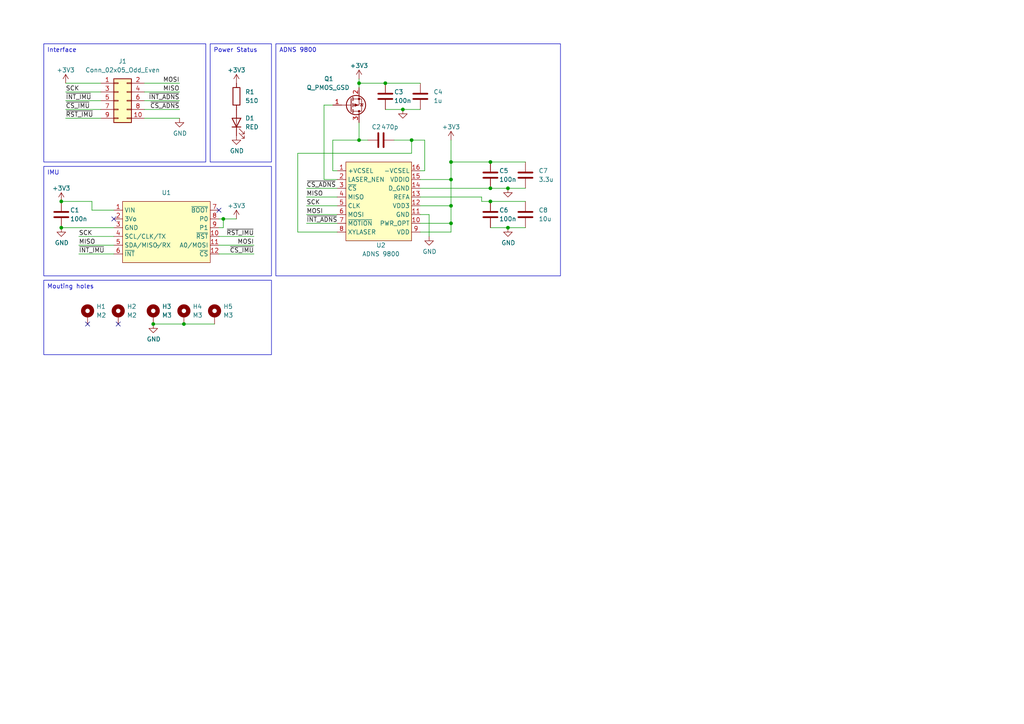
<source format=kicad_sch>
(kicad_sch (version 20230121) (generator eeschema)
  (paper "A4")
  (title_block (title "Movement Tracker") (date "2023-10-09") (rev "V2.0"))
  (lib_symbols
    (symbol "ComponentsEvo:ADNS_9800"
      (property "Reference" "U?" (at 0 15.24 0))
      (property "Value" "ADNS 9800" (at 0 12.7 0))
      (symbol "ADNS_9800_1_1"
        (rectangle (start -10.16 11.43) (end 8.89 -11.43) (fill (type background)))
        (pin input line (at -12.7 8.89 0) (length 2.54) (name "+VCSEL") (number "1"))
        (pin input line (at 11.43 -6.35 180) (length 2.54) (name "PWR_OPT") (number "10"))
        (pin power_in line (at 11.43 -3.81 180) (length 2.54) (name "GND") (number "11"))
        (pin unspecified line (at 11.43 -1.27 180) (length 2.54) (name "VDD3") (number "12"))
        (pin power_out line (at 11.43 1.27 180) (length 2.54) (name "REFA") (number "13"))
        (pin power_in line (at 11.43 3.81 180) (length 2.54) (name "D_GND") (number "14"))
        (pin power_in line (at 11.43 6.35 180) (length 2.54) (name "VDDIO") (number "15"))
        (pin power_in line (at 11.43 8.89 180) (length 2.54) (name "-VCSEL") (number "16"))
        (pin output line (at -12.7 6.35 0) (length 2.54) (name "LASER_NEN") (number "2"))
        (pin input line (at -12.7 3.81 0) (length 2.54) (name "~{CS}") (number "3"))
        (pin input line (at -12.7 1.27 0) (length 2.54) (name "MISO") (number "4"))
        (pin input line (at -12.7 -1.27 0) (length 2.54) (name "CLK") (number "5"))
        (pin output line (at -12.7 -3.81 0) (length 2.54) (name "MOSI") (number "6"))
        (pin output line (at -12.7 -6.35 0) (length 2.54) (name "~{MOTION}") (number "7"))
        (pin unspecified line (at -12.7 -8.89 0) (length 2.54) (name "XYLASER") (number "8"))
        (pin power_in line (at 11.43 -8.89 180) (length 2.54) (name "VDD") (number "9"))
      )
    )
    (symbol "ComponentsEvo:Adafruit_BNO085"
      (property "Reference" "U" (at 0 13.97 0))
      (symbol "Adafruit_BNO085_1_1"
        (rectangle (start -12.7 12.7) (end 12.7 -5.08) (fill (type background)))
        (pin power_in line (at -15.24 10.16 0) (length 2.54) (name "VIN") (number "1"))
        (pin input line (at 15.24 2.54 180) (length 2.54) (name "~{RST}") (number "10"))
        (pin input line (at 15.24 0 180) (length 2.54) (name "A0/MOSI") (number "11"))
        (pin input line (at 15.24 -2.54 180) (length 2.54) (name "~{CS}") (number "12"))
        (pin power_out line (at -15.24 7.62 0) (length 2.54) (name "3Vo") (number "2"))
        (pin power_in line (at -15.24 5.08 0) (length 2.54) (name "GND") (number "3"))
        (pin input line (at -15.24 2.54 0) (length 2.54) (name "SCL/CLK/TX") (number "4"))
        (pin bidirectional line (at -15.24 0 0) (length 2.54) (name "SDA/MISO/RX") (number "5"))
        (pin output line (at -15.24 -2.54 0) (length 2.54) (name "~{INT}") (number "6"))
        (pin input line (at 15.24 10.16 180) (length 2.54) (name "~{BOOT}") (number "7"))
        (pin input line (at 15.24 7.62 180) (length 2.54) (name "P0") (number "8"))
        (pin input line (at 15.24 5.08 180) (length 2.54) (name "P1") (number "9"))
      )
    )
    (symbol "Connector_Generic:Conn_02x05_Odd_Even" (pin_names (offset 1.016) hide)
      (property "Reference" "J" (at 1.27 7.62 0))
      (property "Value" "Conn_02x05_Odd_Even" (at 1.27 -7.62 0))
      (symbol "Conn_02x05_Odd_Even_1_1"
        (rectangle (start -1.27 -4.953) (end 0 -5.207) (stroke (width 0.1524)))
        (rectangle (start -1.27 -2.413) (end 0 -2.667) (stroke (width 0.1524)))
        (rectangle (start -1.27 0.127) (end 0 -0.127) (stroke (width 0.1524)))
        (rectangle (start -1.27 2.667) (end 0 2.413) (stroke (width 0.1524)))
        (rectangle (start -1.27 5.207) (end 0 4.953) (stroke (width 0.1524)))
        (rectangle (start -1.27 6.35) (end 3.81 -6.35) (stroke (width 0.254)) (fill (type background)))
        (rectangle (start 3.81 -4.953) (end 2.54 -5.207) (stroke (width 0.1524)))
        (rectangle (start 3.81 -2.413) (end 2.54 -2.667) (stroke (width 0.1524)))
        (rectangle (start 3.81 0.127) (end 2.54 -0.127) (stroke (width 0.1524)))
        (rectangle (start 3.81 2.667) (end 2.54 2.413) (stroke (width 0.1524)))
        (rectangle (start 3.81 5.207) (end 2.54 4.953) (stroke (width 0.1524)))
        (pin passive line (at -5.08 5.08 0) (length 3.81) (name "Pin_1") (number "1"))
        (pin passive line (at 7.62 -5.08 180) (length 3.81) (name "Pin_10") (number "10"))
        (pin passive line (at 7.62 5.08 180) (length 3.81) (name "Pin_2") (number "2"))
        (pin passive line (at -5.08 2.54 0) (length 3.81) (name "Pin_3") (number "3"))
        (pin passive line (at 7.62 2.54 180) (length 3.81) (name "Pin_4") (number "4"))
        (pin passive line (at -5.08 0 0) (length 3.81) (name "Pin_5") (number "5"))
        (pin passive line (at 7.62 0 180) (length 3.81) (name "Pin_6") (number "6"))
        (pin passive line (at -5.08 -2.54 0) (length 3.81) (name "Pin_7") (number "7"))
        (pin passive line (at 7.62 -2.54 180) (length 3.81) (name "Pin_8") (number "8"))
        (pin passive line (at -5.08 -5.08 0) (length 3.81) (name "Pin_9") (number "9"))
      )
    )
    (symbol "Device:C" (pin_numbers hide) (pin_names (offset 0.254))
      (property "Reference" "C" (at 0.635 2.54 0))
      (property "Value" "C" (at 0.635 -2.54 0))
      (symbol "C_0_1"
        (polyline (pts (xy -2.032 -0.762) (xy 2.032 -0.762)) (stroke (width 0.508)))
        (polyline (pts (xy -2.032 0.762) (xy 2.032 0.762)) (stroke (width 0.508)))
      )
      (symbol "C_1_1"
        (pin passive line (at 0 3.81 270) (length 2.794) (name "~") (number "1"))
        (pin passive line (at 0 -3.81 90) (length 2.794) (name "~") (number "2"))
      )
    )
    (symbol "Device:LED" (pin_numbers hide) (pin_names (offset 1.016) hide)
      (property "Reference" "D" (at 0 2.54 0))
      (property "Value" "LED" (at 0 -2.54 0))
      (symbol "LED_0_1"
        (polyline (pts (xy -1.27 -1.27) (xy -1.27 1.27)) (stroke (width 0.254)))
        (polyline (pts (xy -1.27 0) (xy 1.27 0)))
        (polyline (pts (xy 1.27 -1.27) (xy 1.27 1.27) (xy -1.27 0) (xy 1.27 -1.27)) (stroke (width 0.254)))
        (polyline (pts (xy -3.048 -0.762) (xy -4.572 -2.286) (xy -3.81 -2.286) (xy -4.572 -2.286) (xy -4.572 -1.524)))
        (polyline (pts (xy -1.778 -0.762) (xy -3.302 -2.286) (xy -2.54 -2.286) (xy -3.302 -2.286) (xy -3.302 -1.524)))
      )
      (symbol "LED_1_1"
        (pin passive line (at -3.81 0 0) (length 2.54) (name "K") (number "1"))
        (pin passive line (at 3.81 0 180) (length 2.54) (name "A") (number "2"))
      )
    )
    (symbol "Device:Q_PMOS_GSD" (pin_names (offset 0) hide)
      (property "Reference" "Q" (at 5.08 1.27 0))
      (property "Value" "Q_PMOS_GSD" (at 5.08 -1.27 0))
      (symbol "Q_PMOS_GSD_0_1"
        (polyline (pts (xy 0.254 0) (xy -2.54 0)))
        (polyline (pts (xy 0.254 1.905) (xy 0.254 -1.905)) (stroke (width 0.254)))
        (polyline (pts (xy 0.762 -1.27) (xy 0.762 -2.286)) (stroke (width 0.254)))
        (polyline (pts (xy 0.762 0.508) (xy 0.762 -0.508)) (stroke (width 0.254)))
        (polyline (pts (xy 0.762 2.286) (xy 0.762 1.27)) (stroke (width 0.254)))
        (polyline (pts (xy 2.54 2.54) (xy 2.54 1.778)))
        (polyline (pts (xy 2.54 -2.54) (xy 2.54 0) (xy 0.762 0)))
        (polyline (pts (xy 0.762 1.778) (xy 3.302 1.778) (xy 3.302 -1.778) (xy 0.762 -1.778)))
        (polyline (pts (xy 2.286 0) (xy 1.27 0.381) (xy 1.27 -0.381) (xy 2.286 0)) (fill (type outline)))
        (polyline (pts (xy 2.794 -0.508) (xy 2.921 -0.381) (xy 3.683 -0.381) (xy 3.81 -0.254)))
        (polyline (pts (xy 3.302 -0.381) (xy 2.921 0.254) (xy 3.683 0.254) (xy 3.302 -0.381)))
        (circle (center 1.651 0) (radius 2.794) (stroke (width 0.254)))
        (circle (center 2.54 -1.778) (radius 0.254) (fill (type outline)))
        (circle (center 2.54 1.778) (radius 0.254) (fill (type outline)))
      )
      (symbol "Q_PMOS_GSD_1_1"
        (pin input line (at -5.08 0 0) (length 2.54) (name "G") (number "1"))
        (pin passive line (at 2.54 -5.08 90) (length 2.54) (name "S") (number "2"))
        (pin passive line (at 2.54 5.08 270) (length 2.54) (name "D") (number "3"))
      )
    )
    (symbol "Device:R" (pin_numbers hide) (pin_names (offset 0))
      (property "Reference" "R" (at 2.032 0 90))
      (property "Value" "R" (at 0 0 90))
      (symbol "R_0_1"
        (rectangle (start -1.016 -2.54) (end 1.016 2.54) (stroke (width 0.254)))
      )
      (symbol "R_1_1"
        (pin passive line (at 0 3.81 270) (length 1.27) (name "~") (number "1"))
        (pin passive line (at 0 -3.81 90) (length 1.27) (name "~") (number "2"))
      )
    )
    (symbol "Mechanical:MountingHole_Pad" (pin_numbers hide) (pin_names (offset 1.016) hide)
      (property "Reference" "H" (at 0 6.35 0))
      (property "Value" "MountingHole_Pad" (at 0 4.445 0))
      (symbol "MountingHole_Pad_0_1"
        (circle (center 0 1.27) (radius 1.27) (stroke (width 1.27)))
      )
      (symbol "MountingHole_Pad_1_1"
        (pin input line (at 0 -2.54 90) (length 2.54) (name "1") (number "1"))
      )
    )
    (symbol "carte asserv holo-rescue:+3.3V-power" (power) (pin_names (offset 0))
      (property "Value" "+3.3V-power" (at 0 3.556 0))
      (symbol "+3.3V-power_0_1"
        (polyline (pts (xy -0.762 1.27) (xy 0 2.54)))
        (polyline (pts (xy 0 0) (xy 0 2.54)))
        (polyline (pts (xy 0 2.54) (xy 0.762 1.27)))
      )
      (symbol "+3.3V-power_1_1"
        (pin power_in line (at 0 0 90) (length 0) hide (name "+3V3") (number "1"))
      )
    )
    (symbol "power:GND" (power) (pin_names (offset 0))
      (property "Value" "GND" (at 0 -3.81 0))
      (symbol "GND_0_1"
        (polyline (pts (xy 0 0) (xy 0 -1.27) (xy 1.27 -1.27) (xy 0 -2.54) (xy -1.27 -1.27) (xy 0 -1.27)))
      )
      (symbol "GND_1_1"
        (pin power_in line (at 0 0 270) (length 0) hide (name "GND") (number "1"))
      )
    )
  )
  (junction (at 17.78 66.04))
  (junction (at 17.78 58.42))
  (junction (at 142.24 54.61))
  (junction (at 119.38 40.64))
  (junction (at 44.45 93.98))
  (junction (at 111.76 24.13))
  (junction (at 116.84 31.75))
  (junction (at 147.32 66.04))
  (junction (at 104.14 24.13))
  (junction (at 130.81 52.07))
  (junction (at 142.24 46.99))
  (junction (at 130.81 64.77))
  (junction (at 147.32 54.61))
  (junction (at 130.81 46.99))
  (junction (at 53.34 93.98))
  (junction (at 104.14 40.64))
  (junction (at 130.81 59.69))
  (junction (at 64.77 63.5))
  (junction (at 142.24 58.42))
  (no_connect (at 34.29 93.98))
  (no_connect (at 25.4 93.98))
  (no_connect (at 33.02 63.5))
  (no_connect (at 63.5 60.96))
  (wire (pts (xy 41.91 24.13) (xy 52.07 24.13)))
  (wire (pts (xy 142.24 54.61) (xy 147.32 54.61)))
  (wire (pts (xy 64.77 63.5) (xy 64.77 66.04)))
  (wire (pts (xy 121.92 54.61) (xy 142.24 54.61)))
  (wire (pts (xy 88.9 62.23) (xy 97.79 62.23)))
  (wire (pts (xy 121.92 59.69) (xy 130.81 59.69)))
  (wire (pts (xy 119.38 44.45) (xy 119.38 40.64)))
  (wire (pts (xy 63.5 71.12) (xy 73.66 71.12)))
  (wire (pts (xy 111.76 24.13) (xy 104.14 24.13)))
  (wire (pts (xy 19.05 31.75) (xy 29.21 31.75)))
  (wire (pts (xy 139.7 57.15) (xy 121.92 57.15)))
  (wire (pts (xy 142.24 66.04) (xy 147.32 66.04)))
  (wire (pts (xy 26.67 58.42) (xy 26.67 60.96)))
  (wire (pts (xy 147.32 54.61) (xy 152.4 54.61)))
  (wire (pts (xy 19.05 29.21) (xy 29.21 29.21)))
  (wire (pts (xy 104.14 40.64) (xy 106.68 40.64)))
  (wire (pts (xy 22.86 68.58) (xy 33.02 68.58)))
  (wire (pts (xy 104.14 35.56) (xy 104.14 40.64)))
  (wire (pts (xy 64.77 63.5) (xy 68.58 63.5)))
  (wire (pts (xy 63.5 63.5) (xy 64.77 63.5)))
  (wire (pts (xy 123.19 49.53) (xy 121.92 49.53)))
  (wire (pts (xy 97.79 67.31) (xy 86.36 67.31)))
  (wire (pts (xy 88.9 64.77) (xy 97.79 64.77)))
  (wire (pts (xy 41.91 29.21) (xy 52.07 29.21)))
  (wire (pts (xy 104.14 22.86) (xy 104.14 24.13)))
  (wire (pts (xy 139.7 58.42) (xy 142.24 58.42)))
  (wire (pts (xy 96.52 49.53) (xy 97.79 49.53)))
  (wire (pts (xy 22.86 71.12) (xy 33.02 71.12)))
  (wire (pts (xy 44.45 93.98) (xy 53.34 93.98)))
  (wire (pts (xy 88.9 54.61) (xy 97.79 54.61)))
  (wire (pts (xy 139.7 58.42) (xy 139.7 57.15)))
  (wire (pts (xy 86.36 44.45) (xy 119.38 44.45)))
  (wire (pts (xy 130.81 46.99) (xy 130.81 52.07)))
  (wire (pts (xy 111.76 31.75) (xy 116.84 31.75)))
  (wire (pts (xy 41.91 26.67) (xy 52.07 26.67)))
  (wire (pts (xy 121.92 62.23) (xy 124.46 62.23)))
  (wire (pts (xy 142.24 58.42) (xy 152.4 58.42)))
  (wire (pts (xy 130.81 46.99) (xy 142.24 46.99)))
  (wire (pts (xy 17.78 66.04) (xy 33.02 66.04)))
  (wire (pts (xy 19.05 26.67) (xy 29.21 26.67)))
  (wire (pts (xy 116.84 31.75) (xy 121.92 31.75)))
  (wire (pts (xy 121.92 52.07) (xy 130.81 52.07)))
  (wire (pts (xy 41.91 31.75) (xy 52.07 31.75)))
  (wire (pts (xy 121.92 67.31) (xy 130.81 67.31)))
  (wire (pts (xy 123.19 40.64) (xy 123.19 49.53)))
  (wire (pts (xy 88.9 59.69) (xy 97.79 59.69)))
  (wire (pts (xy 104.14 24.13) (xy 104.14 25.4)))
  (wire (pts (xy 121.92 64.77) (xy 130.81 64.77)))
  (wire (pts (xy 86.36 67.31) (xy 86.36 44.45)))
  (wire (pts (xy 17.78 58.42) (xy 26.67 58.42)))
  (wire (pts (xy 130.81 64.77) (xy 130.81 67.31)))
  (wire (pts (xy 26.67 60.96) (xy 33.02 60.96)))
  (wire (pts (xy 130.81 40.64) (xy 130.81 46.99)))
  (wire (pts (xy 111.76 24.13) (xy 121.92 24.13)))
  (wire (pts (xy 147.32 66.04) (xy 152.4 66.04)))
  (wire (pts (xy 119.38 40.64) (xy 123.19 40.64)))
  (wire (pts (xy 63.5 73.66) (xy 73.66 73.66)))
  (wire (pts (xy 142.24 46.99) (xy 152.4 46.99)))
  (wire (pts (xy 19.05 24.13) (xy 29.21 24.13)))
  (wire (pts (xy 22.86 73.66) (xy 33.02 73.66)))
  (wire (pts (xy 114.3 40.64) (xy 119.38 40.64)))
  (wire (pts (xy 124.46 62.23) (xy 124.46 68.58)))
  (wire (pts (xy 93.98 30.48) (xy 93.98 52.07)))
  (wire (pts (xy 63.5 68.58) (xy 73.66 68.58)))
  (wire (pts (xy 93.98 52.07) (xy 97.79 52.07)))
  (wire (pts (xy 63.5 66.04) (xy 64.77 66.04)))
  (wire (pts (xy 130.81 52.07) (xy 130.81 59.69)))
  (wire (pts (xy 41.91 34.29) (xy 52.07 34.29)))
  (wire (pts (xy 130.81 59.69) (xy 130.81 64.77)))
  (wire (pts (xy 104.14 40.64) (xy 96.52 40.64)))
  (wire (pts (xy 96.52 40.64) (xy 96.52 49.53)))
  (wire (pts (xy 19.05 34.29) (xy 29.21 34.29)))
  (wire (pts (xy 96.52 30.48) (xy 93.98 30.48)))
  (wire (pts (xy 88.9 57.15) (xy 97.79 57.15)))
  (wire (pts (xy 53.34 93.98) (xy 62.23 93.98)))
  (text_box "Mouting holes" (at 12.7 81.28 0) (size 66.04 21.59) (effects (font (size 1.27 1.27)) (justify left top)))
  (text_box "ADNS 9800" (at 80.01 12.7 0) (size 82.55 67.31) (effects (font (size 1.27 1.27)) (justify left top)))
  (text_box "Power Status" (at 60.96 12.7 0) (size 17.78 34.29) (effects (font (size 1.27 1.27)) (justify left top)))
  (text_box "IMU" (at 12.7 48.26 0) (size 66.04 31.75) (effects (font (size 1.27 1.27)) (justify left top)))
  (text_box "Interface" (at 12.7 12.7 0) (size 46.99 34.29) (effects (font (size 1.27 1.27)) (justify left top)))
  (label "~{INT_IMU}" (at 22.86 73.66 0))
  (label "MISO" (at 88.9 57.15 0))
  (label "SCK" (at 88.9 59.69 0))
  (label "~{RST_IMU}" (at 19.05 34.29 0))
  (label "~{RST_IMU}" (at 73.66 68.58 180))
  (label "~{CS_ADNS}" (at 52.07 31.75 180))
  (label "~{INT_ADNS}" (at 88.9 64.77 0))
  (label "~{CS_IMU}" (at 73.66 73.66 180))
  (label "MISO" (at 52.07 26.67 180))
  (label "MOSI" (at 73.66 71.12 180))
  (label "~{INT_ADNS}" (at 52.07 29.21 180))
  (label "MISO" (at 22.86 71.12 0))
  (label "SCK" (at 19.05 26.67 0))
  (label "SCK" (at 22.86 68.58 0))
  (label "MOSI" (at 52.07 24.13 180))
  (label "~{CS_ADNS}" (at 88.9 54.61 0))
  (label "~{INT_IMU}" (at 19.05 29.21 0))
  (label "MOSI" (at 88.9 62.23 0))
  (label "~{CS_IMU}" (at 19.05 31.75 0))
  (symbol (lib_id "carte asserv holo-rescue:+3.3V-power") (at 19.05 24.13 0) (unit 1)
    (property "Reference" "#PWR03" (effects hide))
    (property "Value" "+3.3V" (at 19.05 20.32 0))
  )
  (symbol (lib_id "power:GND") (at 124.46 68.58 0) (unit 1)
    (property "Reference" "#PWR010" (effects hide))
    (property "Value" "GND" (at 124.587 72.9742 0))
  )
  (symbol (lib_id "Device:C") (at 142.24 62.23 0) (unit 1)
    (property "Reference" "C6" (at 144.78 60.96 0) (effects (justify left)))
    (property "Value" "100n" (at 144.78 63.5 0) (effects (justify left)))
    (property "Footprint" "Capacitor_SMD:C_0603_1608Metric" (effects hide))
  )
  (symbol (lib_id "Device:R") (at 68.58 27.94 180) (unit 1)
    (property "Reference" "R1" (at 71.12 26.67 0) (effects (justify right)))
    (property "Value" "510" (at 71.12 29.21 0) (effects (justify right)))
    (property "Footprint" "Resistor_SMD:R_0603_1608Metric" (effects hide))
  )
  (symbol (lib_id "power:GND") (at 147.32 66.04 0) (unit 1)
    (property "Reference" "#PWR013" (effects hide))
    (property "Value" "GND" (at 147.447 70.4342 0))
  )
  (symbol (lib_id "Device:C") (at 110.49 40.64 90) (unit 1)
    (property "Reference" "C2" (at 110.49 36.83 90) (effects (justify left)))
    (property "Value" "470p" (at 115.57 36.83 90) (effects (justify left)))
    (property "Footprint" "Capacitor_SMD:C_0603_1608Metric" (effects hide))
  )
  (symbol (lib_id "Mechanical:MountingHole_Pad") (at 53.34 91.44 0) (unit 1)
    (property "Reference" "H4" (at 55.88 88.9 0) (effects (justify left)))
    (property "Value" "M3" (at 55.88 91.44 0) (effects (justify left)))
    (property "Footprint" "MountingHole:MountingHole_3.2mm_M3_Pad_Via" (effects hide))
  )
  (symbol (lib_id "power:GND") (at 17.78 66.04 0) (unit 1)
    (property "Reference" "#PWR02" (effects hide))
    (property "Value" "GND" (at 17.907 70.4342 0))
  )
  (symbol (lib_id "Device:C") (at 142.24 50.8 0) (unit 1)
    (property "Reference" "C5" (at 144.78 49.53 0) (effects (justify left)))
    (property "Value" "100n" (at 144.78 52.07 0) (effects (justify left)))
    (property "Footprint" "Capacitor_SMD:C_0603_1608Metric" (effects hide))
  )
  (symbol (lib_id "Device:C") (at 17.78 62.23 0) (unit 1)
    (property "Reference" "C1" (at 20.32 60.96 0) (effects (justify left)))
    (property "Value" "100n" (at 20.32 63.5 0) (effects (justify left)))
    (property "Footprint" "Capacitor_SMD:C_0603_1608Metric" (effects hide))
  )
  (symbol (lib_id "power:GND") (at 147.32 54.61 0) (unit 1)
    (property "Reference" "#PWR012" (effects hide))
    (property "Value" "GND" (effects hide))
  )
  (symbol (lib_id "carte asserv holo-rescue:+3.3V-power") (at 130.81 40.64 0) (unit 1)
    (property "Reference" "#PWR011" (effects hide))
    (property "Value" "+3.3V" (at 130.81 36.83 0))
  )
  (symbol (lib_id "Connector_Generic:Conn_02x05_Odd_Even") (at 34.29 29.21 0) (unit 1)
    (property "Reference" "J1" (at 35.56 17.78 0))
    (property "Value" "Conn_02x05_Odd_Even" (at 35.56 20.32 0))
    (property "Footprint" "ConnectorsEvo:690367281076" (effects hide))
  )
  (symbol (lib_id "Mechanical:MountingHole_Pad") (at 25.4 91.44 0) (unit 1)
    (property "Reference" "H1" (at 27.94 88.9 0) (effects (justify left)))
    (property "Value" "M2" (at 27.94 91.44 0) (effects (justify left)))
    (property "Footprint" "ComponentsEvo:WA-SMSI_9774015243_Reversed" (effects hide))
  )
  (symbol (lib_id "Device:C") (at 152.4 50.8 0) (unit 1)
    (property "Reference" "C7" (at 156.21 49.53 0) (effects (justify left)))
    (property "Value" "3.3u" (at 156.21 52.07 0) (effects (justify left)))
    (property "Footprint" "Capacitor_SMD:C_0603_1608Metric" (effects hide))
  )
  (symbol (lib_id "ComponentsEvo:Adafruit_BNO085") (at 48.26 71.12 0) (unit 1)
    (property "Reference" "U1" (at 48.26 55.88 0))
    (property "Value" "~" (at 45.72 71.12 0))
    (property "Footprint" "ComponentsEvo:Adafruit BNO085" (effects hide))
    (property "Datasheet" "https://learn.adafruit.com/adafruit-9-dof-orientation-imu-fusion-breakout-bno085" (effects hide))
  )
  (symbol (lib_id "Device:C") (at 152.4 62.23 0) (unit 1)
    (property "Reference" "C8" (at 156.21 60.96 0) (effects (justify left)))
    (property "Value" "10u" (at 156.21 63.5 0) (effects (justify left)))
    (property "Footprint" "Capacitor_SMD:C_0603_1608Metric" (effects hide))
  )
  (symbol (lib_id "carte asserv holo-rescue:+3.3V-power") (at 68.58 24.13 0) (unit 1)
    (property "Reference" "#PWR05" (effects hide))
    (property "Value" "+3.3V" (at 68.58 20.32 0))
  )
  (symbol (lib_id "power:GND") (at 52.07 34.29 0) (unit 1)
    (property "Reference" "#PWR04" (effects hide))
    (property "Value" "GND" (at 52.197 38.6842 0))
  )
  (symbol (lib_id "Device:LED") (at 68.58 35.56 90) (unit 1)
    (property "Reference" "D1" (at 71.12 34.29 90) (effects (justify right)))
    (property "Value" "RED" (at 71.12 36.83 90) (effects (justify right)))
    (property "Footprint" "LED_SMD:LED_0805_2012Metric" (effects hide))
  )
  (symbol (lib_id "Mechanical:MountingHole_Pad") (at 44.45 91.44 0) (unit 1)
    (property "Reference" "H3" (at 46.99 88.9 0) (effects (justify left)))
    (property "Value" "M3" (at 46.99 91.44 0) (effects (justify left)))
    (property "Footprint" "MountingHole:MountingHole_3.2mm_M3_Pad_Via" (effects hide))
  )
  (symbol (lib_id "Mechanical:MountingHole_Pad") (at 62.23 91.44 0) (unit 1)
    (property "Reference" "H5" (at 64.77 88.9 0) (effects (justify left)))
    (property "Value" "M3" (at 64.77 91.44 0) (effects (justify left)))
    (property "Footprint" "MountingHole:MountingHole_3.2mm_M3_Pad_Via" (effects hide))
  )
  (symbol (lib_id "power:GND") (at 116.84 31.75 0) (unit 1)
    (property "Reference" "#PWR09" (effects hide))
    (property "Value" "GND" (effects hide))
  )
  (symbol (lib_id "power:GND") (at 68.58 39.37 0) (unit 1)
    (property "Reference" "#PWR06" (effects hide))
    (property "Value" "GND" (at 68.707 43.7642 0))
  )
  (symbol (lib_id "power:GND") (at 44.45 93.98 0) (unit 1)
    (property "Reference" "#PWR014" (effects hide))
    (property "Value" "GND" (at 44.577 98.3742 0))
  )
  (symbol (lib_id "carte asserv holo-rescue:+3.3V-power") (at 17.78 58.42 0) (unit 1)
    (property "Reference" "#PWR01" (effects hide))
    (property "Value" "+3.3V" (at 17.78 54.61 0))
  )
  (symbol (lib_id "Device:C") (at 111.76 27.94 0) (unit 1)
    (property "Reference" "C3" (at 114.3 26.67 0) (effects (justify left)))
    (property "Value" "100n" (at 114.3 29.21 0) (effects (justify left)))
    (property "Footprint" "Capacitor_SMD:C_0603_1608Metric" (effects hide))
  )
  (symbol (lib_id "ComponentsEvo:ADNS_9800") (at 110.49 58.42 0) (unit 1)
    (property "Reference" "U2" (at 110.49 71.12 0))
    (property "Value" "ADNS 9800" (at 110.49 73.66 0))
    (property "Footprint" "ComponentsEvo:ADNS 9800" (effects hide))
    (property "Datasheet" "https://datasheet.octopart.com/ADNS-9800-Avago-datasheet-10666463.pdf" (effects hide))
  )
  (symbol (lib_id "Device:Q_PMOS_GSD") (at 101.6 30.48 0) (mirror x) (unit 1)
    (property "Reference" "Q1" (at 93.98 22.86 0) (effects (justify left)))
    (property "Value" "Q_PMOS_GSD" (at 88.9 25.4 0) (effects (justify left)))
    (property "Footprint" "Package_TO_SOT_SMD:SOT-23" (effects hide))
  )
  (symbol (lib_id "carte asserv holo-rescue:+3.3V-power") (at 104.14 22.86 0) (unit 1)
    (property "Reference" "#PWR08" (effects hide))
    (property "Value" "+3.3V" (at 104.14 19.05 0))
  )
  (symbol (lib_id "Device:C") (at 121.92 27.94 0) (unit 1)
    (property "Reference" "C4" (at 125.73 26.67 0) (effects (justify left)))
    (property "Value" "1u" (at 125.73 29.21 0) (effects (justify left)))
    (property "Footprint" "Capacitor_SMD:C_0603_1608Metric" (effects hide))
  )
  (symbol (lib_id "Mechanical:MountingHole_Pad") (at 34.29 91.44 0) (unit 1)
    (property "Reference" "H2" (at 36.83 88.9 0) (effects (justify left)))
    (property "Value" "M2" (at 36.83 91.44 0) (effects (justify left)))
    (property "Footprint" "ComponentsEvo:WA-SMSI_9774015243_Reversed" (effects hide))
  )
  (symbol (lib_id "carte asserv holo-rescue:+3.3V-power") (at 68.58 63.5 0) (unit 1)
    (property "Reference" "#PWR07" (effects hide))
    (property "Value" "+3.3V" (at 68.58 59.69 0))
  )
)
</source>
